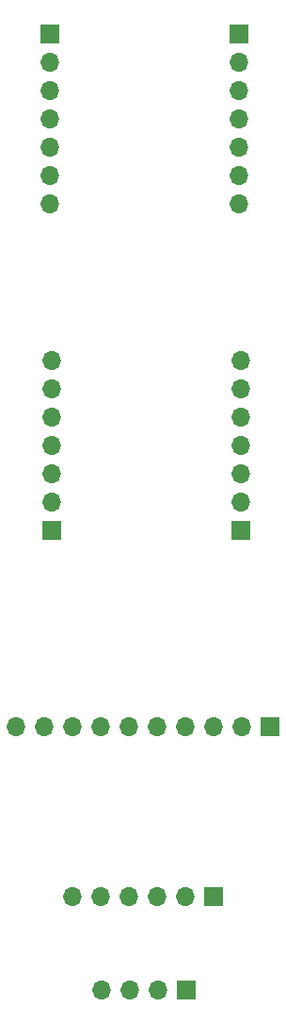
<source format=gbr>
%TF.GenerationSoftware,KiCad,Pcbnew,8.0.8*%
%TF.CreationDate,2025-02-10T09:30:07-08:00*%
%TF.ProjectId,pLUFsPCB,704c5546-7350-4434-922e-6b696361645f,1*%
%TF.SameCoordinates,Original*%
%TF.FileFunction,Copper,L2,Bot*%
%TF.FilePolarity,Positive*%
%FSLAX46Y46*%
G04 Gerber Fmt 4.6, Leading zero omitted, Abs format (unit mm)*
G04 Created by KiCad (PCBNEW 8.0.8) date 2025-02-10 09:30:07*
%MOMM*%
%LPD*%
G01*
G04 APERTURE LIST*
%TA.AperFunction,ComponentPad*%
%ADD10R,1.700000X1.700000*%
%TD*%
%TA.AperFunction,ComponentPad*%
%ADD11O,1.700000X1.700000*%
%TD*%
G04 APERTURE END LIST*
D10*
%TO.P,J1,1,Pin_1*%
%TO.N,Net-(J1-Pin_1)*%
X172000000Y-82725000D03*
D11*
%TO.P,J1,2,Pin_2*%
%TO.N,Net-(J1-Pin_2)*%
X172000000Y-80185000D03*
%TO.P,J1,3,Pin_3*%
%TO.N,Net-(D1-A)*%
X172000000Y-77645000D03*
%TO.P,J1,4,Pin_4*%
%TO.N,Net-(J1-Pin_4)*%
X172000000Y-75105000D03*
%TO.P,J1,5,Pin_5*%
%TO.N,Net-(J1-Pin_5)*%
X172000000Y-72565000D03*
%TO.P,J1,6,Pin_6*%
%TO.N,Net-(J1-Pin_6)*%
X172000000Y-70025000D03*
%TO.P,J1,7,Pin_7*%
%TO.N,Net-(J1-Pin_7)*%
X172000000Y-67485000D03*
%TD*%
D10*
%TO.P,J6,1,Pin_1*%
%TO.N,Net-(J1-Pin_1)*%
X171850000Y-38205000D03*
D11*
%TO.P,J6,2,Pin_2*%
%TO.N,Net-(J1-Pin_2)*%
X171850000Y-40745000D03*
%TO.P,J6,3,Pin_3*%
%TO.N,Net-(D1-A)*%
X171850000Y-43285000D03*
%TO.P,J6,4,Pin_4*%
%TO.N,Net-(J1-Pin_4)*%
X171850000Y-45825000D03*
%TO.P,J6,5,Pin_5*%
%TO.N,Net-(J1-Pin_5)*%
X171850000Y-48365000D03*
%TO.P,J6,6,Pin_6*%
%TO.N,Net-(J1-Pin_6)*%
X171850000Y-50905000D03*
%TO.P,J6,7,Pin_7*%
%TO.N,Net-(J1-Pin_7)*%
X171850000Y-53445000D03*
%TD*%
D10*
%TO.P,J3,1,Pin_1*%
%TO.N,Net-(J3-Pin_1)*%
X169600000Y-115645000D03*
D11*
%TO.P,J3,2,Pin_2*%
%TO.N,Net-(J3-Pin_2)*%
X167060000Y-115645000D03*
%TO.P,J3,3,Pin_3*%
%TO.N,unconnected-(J3-Pin_3-Pad3)*%
X164520000Y-115645000D03*
%TO.P,J3,4,Pin_4*%
%TO.N,unconnected-(J3-Pin_4-Pad4)*%
X161980000Y-115645000D03*
%TO.P,J3,5,Pin_5*%
%TO.N,Net-(J3-Pin_5)*%
X159440000Y-115645000D03*
%TO.P,J3,6,Pin_6*%
%TO.N,Net-(J3-Pin_6)*%
X156900000Y-115645000D03*
%TD*%
D10*
%TO.P,J5,1,Pin_1*%
%TO.N,Net-(J2-Pin_1)*%
X154850000Y-38200000D03*
D11*
%TO.P,J5,2,Pin_2*%
%TO.N,Net-(J2-Pin_2)*%
X154850000Y-40740000D03*
%TO.P,J5,3,Pin_3*%
%TO.N,Net-(J2-Pin_3)*%
X154850000Y-43280000D03*
%TO.P,J5,4,Pin_4*%
%TO.N,Net-(J2-Pin_4)*%
X154850000Y-45820000D03*
%TO.P,J5,5,Pin_5*%
%TO.N,Net-(J2-Pin_5)*%
X154850000Y-48360000D03*
%TO.P,J5,6,Pin_6*%
%TO.N,Net-(J2-Pin_6)*%
X154850000Y-50900000D03*
%TO.P,J5,7,Pin_7*%
%TO.N,Net-(J2-Pin_7)*%
X154850000Y-53440000D03*
%TD*%
D10*
%TO.P,J7,1,Pin_1*%
%TO.N,Net-(J3-Pin_1)*%
X167080000Y-124000000D03*
D11*
%TO.P,J7,2,Pin_2*%
%TO.N,Net-(J3-Pin_2)*%
X164540000Y-124000000D03*
%TO.P,J7,3,Pin_3*%
%TO.N,Net-(J3-Pin_5)*%
X162000000Y-124000000D03*
%TO.P,J7,4,Pin_4*%
%TO.N,Net-(J3-Pin_6)*%
X159460000Y-124000000D03*
%TD*%
D10*
%TO.P,J4,1,Pin_1*%
%TO.N,Net-(J1-Pin_1)*%
X174675000Y-100405000D03*
D11*
%TO.P,J4,2,Pin_2*%
X172135000Y-100405000D03*
%TO.P,J4,3,Pin_3*%
%TO.N,Net-(J1-Pin_2)*%
X169595000Y-100405000D03*
%TO.P,J4,4,Pin_4*%
%TO.N,Net-(J1-Pin_1)*%
X167055000Y-100405000D03*
%TO.P,J4,5,Pin_5*%
%TO.N,Net-(J2-Pin_4)*%
X164515000Y-100405000D03*
%TO.P,J4,6,Pin_6*%
%TO.N,Net-(J2-Pin_3)*%
X161975000Y-100405000D03*
%TO.P,J4,7,Pin_7*%
%TO.N,Net-(J1-Pin_2)*%
X159435000Y-100405000D03*
%TO.P,J4,8,Pin_8*%
%TO.N,Net-(J2-Pin_2)*%
X156895000Y-100405000D03*
%TO.P,J4,9,Pin_9*%
%TO.N,Net-(J2-Pin_1)*%
X154355000Y-100405000D03*
%TO.P,J4,10,Pin_10*%
%TO.N,Net-(J1-Pin_1)*%
X151815000Y-100405000D03*
%TD*%
D10*
%TO.P,J2,1,Pin_1*%
%TO.N,Net-(J2-Pin_1)*%
X155000000Y-82725000D03*
D11*
%TO.P,J2,2,Pin_2*%
%TO.N,Net-(J2-Pin_2)*%
X155000000Y-80185000D03*
%TO.P,J2,3,Pin_3*%
%TO.N,Net-(J2-Pin_3)*%
X155000000Y-77645000D03*
%TO.P,J2,4,Pin_4*%
%TO.N,Net-(J2-Pin_4)*%
X155000000Y-75105000D03*
%TO.P,J2,5,Pin_5*%
%TO.N,Net-(J2-Pin_5)*%
X155000000Y-72565000D03*
%TO.P,J2,6,Pin_6*%
%TO.N,Net-(J2-Pin_6)*%
X155000000Y-70025000D03*
%TO.P,J2,7,Pin_7*%
%TO.N,Net-(J2-Pin_7)*%
X155000000Y-67485000D03*
%TD*%
M02*

</source>
